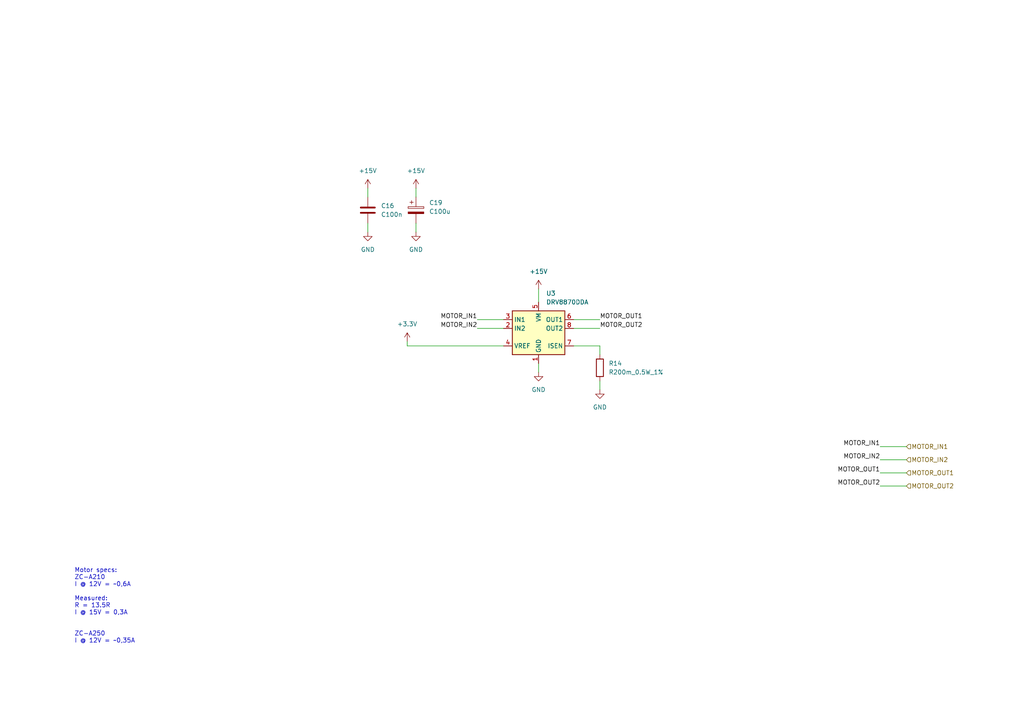
<source format=kicad_sch>
(kicad_sch (version 20230121) (generator eeschema)
  (paper "A4")
  (title_block (title "openautolab - Mainboard") (date "2024-04-03") (rev "1.0"))
  (lib_symbols
    (symbol "Device:C" (pin_numbers hide) (pin_names (offset 0.254))
      (property "Reference" "C" (at 0.635 2.54 0))
      (property "Value" "C" (at 0.635 -2.54 0))
      (symbol "C_0_1"
        (polyline (pts (xy -2.032 -0.762) (xy 2.032 -0.762)) (stroke (width 0.508)))
        (polyline (pts (xy -2.032 0.762) (xy 2.032 0.762)) (stroke (width 0.508)))
      )
      (symbol "C_1_1"
        (pin passive line (at 0 3.81 270) (length 2.794) (name "~") (number "1"))
        (pin passive line (at 0 -3.81 90) (length 2.794) (name "~") (number "2"))
      )
    )
    (symbol "Device:C_Polarized" (pin_numbers hide) (pin_names (offset 0.254))
      (property "Reference" "C" (at 0.635 2.54 0))
      (property "Value" "C_Polarized" (at 0.635 -2.54 0))
      (symbol "C_Polarized_0_1"
        (rectangle (start -2.286 0.508) (end 2.286 1.016))
        (polyline (pts (xy -1.778 2.286) (xy -0.762 2.286)))
        (polyline (pts (xy -1.27 2.794) (xy -1.27 1.778)))
        (rectangle (start 2.286 -0.508) (end -2.286 -1.016) (fill (type outline)))
      )
      (symbol "C_Polarized_1_1"
        (pin passive line (at 0 3.81 270) (length 2.794) (name "~") (number "1"))
        (pin passive line (at 0 -3.81 90) (length 2.794) (name "~") (number "2"))
      )
    )
    (symbol "Device:R" (pin_numbers hide) (pin_names (offset 0))
      (property "Reference" "R" (at 2.032 0 90))
      (property "Value" "R" (at 0 0 90))
      (symbol "R_0_1"
        (rectangle (start -1.016 -2.54) (end 1.016 2.54) (stroke (width 0.254)))
      )
      (symbol "R_1_1"
        (pin passive line (at 0 3.81 270) (length 1.27) (name "~") (number "1"))
        (pin passive line (at 0 -3.81 90) (length 1.27) (name "~") (number "2"))
      )
    )
    (symbol "Driver_Motor:DRV8870DDA"
      (property "Reference" "U" (at -6.35 6.35 0))
      (property "Value" "DRV8870DDA" (at 8.89 6.35 0))
      (symbol "DRV8870DDA_0_1"
        (rectangle (start -7.62 5.08) (end 7.62 -7.62) (stroke (width 0.254)) (fill (type background)))
      )
      (symbol "DRV8870DDA_1_1"
        (pin power_in line (at 0 -10.16 90) (length 2.54) (name "GND") (number "1"))
        (pin input line (at -10.16 0 0) (length 2.54) (name "IN2") (number "2"))
        (pin input line (at -10.16 2.54 0) (length 2.54) (name "IN1") (number "3"))
        (pin input line (at -10.16 -5.08 0) (length 2.54) (name "VREF") (number "4"))
        (pin power_in line (at 0 7.62 270) (length 2.54) (name "VM") (number "5"))
        (pin output line (at 10.16 2.54 180) (length 2.54) (name "OUT1") (number "6"))
        (pin passive line (at 10.16 -5.08 180) (length 2.54) (name "ISEN") (number "7"))
        (pin output line (at 10.16 0 180) (length 2.54) (name "OUT2") (number "8"))
        (pin passive line (at 0 -10.16 90) (length 2.54) hide (name "GND") (number "9"))
      )
    )
    (symbol "power:+15V" (power) (pin_names (offset 0))
      (property "Value" "+15V" (at 0 3.556 0))
      (symbol "+15V_0_1"
        (polyline (pts (xy -0.762 1.27) (xy 0 2.54)))
        (polyline (pts (xy 0 0) (xy 0 2.54)))
        (polyline (pts (xy 0 2.54) (xy 0.762 1.27)))
      )
      (symbol "+15V_1_1"
        (pin power_in line (at 0 0 90) (length 0) hide (name "+15V") (number "1"))
      )
    )
    (symbol "power:+3.3V" (power) (pin_names (offset 0))
      (property "Value" "+3.3V" (at 0 3.556 0))
      (symbol "+3.3V_0_1"
        (polyline (pts (xy -0.762 1.27) (xy 0 2.54)))
        (polyline (pts (xy 0 0) (xy 0 2.54)))
        (polyline (pts (xy 0 2.54) (xy 0.762 1.27)))
      )
      (symbol "+3.3V_1_1"
        (pin power_in line (at 0 0 90) (length 0) hide (name "+3.3V") (number "1"))
      )
    )
    (symbol "power:GND" (power) (pin_names (offset 0))
      (property "Value" "GND" (at 0 -3.81 0))
      (symbol "GND_0_1"
        (polyline (pts (xy 0 0) (xy 0 -1.27) (xy 1.27 -1.27) (xy 0 -2.54) (xy -1.27 -1.27) (xy 0 -1.27)))
      )
      (symbol "GND_1_1"
        (pin power_in line (at 0 0 270) (length 0) hide (name "GND") (number "1"))
      )
    )
  )
  (wire (pts (xy 156.21 83.82) (xy 156.21 87.63)))
  (wire (pts (xy 166.37 95.25) (xy 173.99 95.25)))
  (wire (pts (xy 255.27 137.16) (xy 262.89 137.16)))
  (wire (pts (xy 255.27 129.54) (xy 262.89 129.54)))
  (wire (pts (xy 138.43 95.25) (xy 146.05 95.25)))
  (wire (pts (xy 156.21 105.41) (xy 156.21 107.95)))
  (wire (pts (xy 120.65 64.77) (xy 120.65 67.31)))
  (wire (pts (xy 173.99 110.49) (xy 173.99 113.03)))
  (wire (pts (xy 255.27 140.97) (xy 262.89 140.97)))
  (wire (pts (xy 120.65 54.61) (xy 120.65 57.15)))
  (wire (pts (xy 138.43 92.71) (xy 146.05 92.71)))
  (wire (pts (xy 118.11 100.33) (xy 146.05 100.33)))
  (wire (pts (xy 118.11 99.06) (xy 118.11 100.33)))
  (wire (pts (xy 173.99 100.33) (xy 173.99 102.87)))
  (wire (pts (xy 106.68 64.77) (xy 106.68 67.31)))
  (wire (pts (xy 106.68 54.61) (xy 106.68 57.15)))
  (wire (pts (xy 166.37 92.71) (xy 173.99 92.71)))
  (wire (pts (xy 255.27 133.35) (xy 262.89 133.35)))
  (wire (pts (xy 166.37 100.33) (xy 173.99 100.33)))
  (text "Motor specs:\nZC-A210\nI @ 12V = ~0,6A\n\nMeasured:\nR = 13.5R\nI @ 15V = 0,3A\n\n\nZC-A250\nI @ 12V = ~0,35A\n" (at 21.59 186.69 0) (effects (font (size 1.27 1.27)) (justify left bottom)))
  (label "MOTOR_OUT1" (at 255.27 137.16 180))
  (label "MOTOR_IN1" (at 255.27 129.54 180))
  (label "MOTOR_OUT2" (at 173.99 95.25 0))
  (label "MOTOR_IN2" (at 255.27 133.35 180))
  (label "MOTOR_OUT2" (at 255.27 140.97 180))
  (label "MOTOR_OUT1" (at 173.99 92.71 0))
  (label "MOTOR_IN2" (at 138.43 95.25 180))
  (label "MOTOR_IN1" (at 138.43 92.71 180))
  (hierarchical_label "MOTOR_OUT1" (shape input) (at 262.89 137.16 0))
  (hierarchical_label "MOTOR_OUT2" (shape input) (at 262.89 140.97 0))
  (hierarchical_label "MOTOR_IN2" (shape input) (at 262.89 133.35 0))
  (hierarchical_label "MOTOR_IN1" (shape input) (at 262.89 129.54 0))
  (symbol (lib_id "power:GND") (at 120.65 67.31 0) (unit 1)
    (property "Reference" "#PWR039" (effects hide))
    (property "Value" "GND" (at 120.65 72.39 0))
  )
  (symbol (lib_id "power:GND") (at 173.99 113.03 0) (unit 1)
    (property "Reference" "#PWR048" (effects hide))
    (property "Value" "GND" (at 173.99 118.11 0))
  )
  (symbol (lib_id "power:+15V") (at 156.21 83.82 0) (unit 1)
    (property "Reference" "#PWR033" (effects hide))
    (property "Value" "+15V" (at 156.21 78.74 0))
  )
  (symbol (lib_id "power:+15V") (at 106.68 54.61 0) (unit 1)
    (property "Reference" "#PWR031" (effects hide))
    (property "Value" "+15V" (at 106.68 49.53 0))
  )
  (symbol (lib_id "power:+15V") (at 120.65 54.61 0) (unit 1)
    (property "Reference" "#PWR032" (effects hide))
    (property "Value" "+15V" (at 120.65 49.53 0))
  )
  (symbol (lib_id "Driver_Motor:DRV8870DDA") (at 156.21 95.25 0) (unit 1)
    (property "Reference" "U3" (at 158.4041 85.09 0) (effects (justify left)))
    (property "Value" "DRV8870DDA" (at 158.4041 87.63 0) (effects (justify left)))
    (property "Footprint" "Package_SO:Texas_HTSOP-8-1EP_3.9x4.9mm_P1.27mm_EP2.95x4.9mm_Mask2.4x3.1mm_ThermalVias" (effects hide))
    (property "Datasheet" "http://www.ti.com/lit/ds/symlink/drv8870.pdf" (effects hide))
  )
  (symbol (lib_id "power:GND") (at 106.68 67.31 0) (unit 1)
    (property "Reference" "#PWR038" (effects hide))
    (property "Value" "GND" (at 106.68 72.39 0))
  )
  (symbol (lib_id "Device:C_Polarized") (at 120.65 60.96 0) (unit 1)
    (property "Reference" "C19" (at 124.46 58.801 0) (effects (justify left)))
    (property "Value" "C100u" (at 124.46 61.341 0) (effects (justify left)))
  )
  (symbol (lib_id "Device:R") (at 173.99 106.68 0) (unit 1)
    (property "Reference" "R14" (at 176.53 105.41 0) (effects (justify left)))
    (property "Value" "R200m_0.5W_1%" (at 176.53 107.95 0) (effects (justify left)))
  )
  (symbol (lib_id "power:GND") (at 156.21 107.95 0) (unit 1)
    (property "Reference" "#PWR044" (effects hide))
    (property "Value" "GND" (at 156.21 113.03 0))
  )
  (symbol (lib_id "power:+3.3V") (at 118.11 99.06 0) (unit 1)
    (property "Reference" "#PWR041" (effects hide))
    (property "Value" "+3.3V" (at 118.11 93.98 0))
  )
  (symbol (lib_id "Device:C") (at 106.68 60.96 0) (unit 1)
    (property "Reference" "C16" (at 110.49 59.69 0) (effects (justify left)))
    (property "Value" "C100n" (at 110.49 62.23 0) (effects (justify left)))
  )
)
</source>
